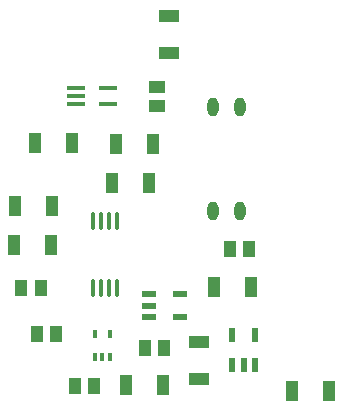
<source format=gbr>
%TF.GenerationSoftware,KiCad,Pcbnew,8.0.0*%
%TF.CreationDate,2024-06-23T14:11:11+02:00*%
%TF.ProjectId,SCS IMD-AMS Indicator,53435320-494d-4442-9d41-4d5320496e64,rev?*%
%TF.SameCoordinates,Original*%
%TF.FileFunction,Paste,Top*%
%TF.FilePolarity,Positive*%
%FSLAX46Y46*%
G04 Gerber Fmt 4.6, Leading zero omitted, Abs format (unit mm)*
G04 Created by KiCad (PCBNEW 8.0.0) date 2024-06-23 14:11:11*
%MOMM*%
%LPD*%
G01*
G04 APERTURE LIST*
G04 Aperture macros list*
%AMRoundRect*
0 Rectangle with rounded corners*
0 $1 Rounding radius*
0 $2 $3 $4 $5 $6 $7 $8 $9 X,Y pos of 4 corners*
0 Add a 4 corners polygon primitive as box body*
4,1,4,$2,$3,$4,$5,$6,$7,$8,$9,$2,$3,0*
0 Add four circle primitives for the rounded corners*
1,1,$1+$1,$2,$3*
1,1,$1+$1,$4,$5*
1,1,$1+$1,$6,$7*
1,1,$1+$1,$8,$9*
0 Add four rect primitives between the rounded corners*
20,1,$1+$1,$2,$3,$4,$5,0*
20,1,$1+$1,$4,$5,$6,$7,0*
20,1,$1+$1,$6,$7,$8,$9,0*
20,1,$1+$1,$8,$9,$2,$3,0*%
G04 Aperture macros list end*
%ADD10RoundRect,0.100000X0.100000X-0.637500X0.100000X0.637500X-0.100000X0.637500X-0.100000X-0.637500X0*%
%ADD11R,1.050000X1.800000*%
%ADD12R,1.070000X1.470000*%
%ADD13O,0.950000X1.600000*%
%ADD14R,1.150000X0.600000*%
%ADD15R,0.600000X1.150000*%
%ADD16R,1.800000X1.050000*%
%ADD17R,1.470000X1.070000*%
%ADD18RoundRect,0.100000X0.100000X-0.225000X0.100000X0.225000X-0.100000X0.225000X-0.100000X-0.225000X0*%
%ADD19RoundRect,0.100000X-0.650000X-0.100000X0.650000X-0.100000X0.650000X0.100000X-0.650000X0.100000X0*%
G04 APERTURE END LIST*
D10*
%TO.C,U2*%
X76520000Y-73805100D03*
X77170000Y-73805100D03*
X77820000Y-73805100D03*
X78470000Y-73805100D03*
X78470000Y-68080100D03*
X77820000Y-68080100D03*
X77170000Y-68080100D03*
X76520000Y-68080100D03*
%TD*%
D11*
%TO.C,R9*%
X79298200Y-82016600D03*
X82398200Y-82016600D03*
%TD*%
D12*
%TO.C,C7*%
X74922800Y-82092800D03*
X76562800Y-82092800D03*
%TD*%
D11*
%TO.C,R1*%
X89815000Y-73660000D03*
X86715000Y-73660000D03*
%TD*%
%TO.C,R3*%
X71602000Y-61468000D03*
X74702000Y-61468000D03*
%TD*%
D13*
%TO.C,K1*%
X86614000Y-67220000D03*
X88900000Y-67220000D03*
X88900000Y-58420000D03*
X86614000Y-58420000D03*
%TD*%
D14*
%TO.C,G1*%
X81220000Y-74300000D03*
X81220000Y-75250000D03*
X81220000Y-76200000D03*
X83820000Y-76200000D03*
X83820000Y-74300000D03*
%TD*%
D15*
%TO.C,G2*%
X88280200Y-80319400D03*
X89230200Y-80319400D03*
X90180200Y-80319400D03*
X90180200Y-77719400D03*
X88280200Y-77719400D03*
%TD*%
D16*
%TO.C,R8*%
X85420200Y-78358400D03*
X85420200Y-81458400D03*
%TD*%
D17*
%TO.C,C4*%
X81889600Y-56736400D03*
X81889600Y-58376400D03*
%TD*%
D11*
%TO.C,R5*%
X69824000Y-70154800D03*
X72924000Y-70154800D03*
%TD*%
D12*
%TO.C,C5*%
X71747800Y-77622400D03*
X73387800Y-77622400D03*
%TD*%
D11*
%TO.C,R4*%
X73000200Y-66802000D03*
X69900200Y-66802000D03*
%TD*%
D12*
%TO.C,C3*%
X70401600Y-73736200D03*
X72041600Y-73736200D03*
%TD*%
D11*
%TO.C,R7*%
X81560000Y-61595000D03*
X78460000Y-61595000D03*
%TD*%
D12*
%TO.C,C2*%
X88080000Y-70485000D03*
X89720000Y-70485000D03*
%TD*%
D11*
%TO.C,R10*%
X96469800Y-82448400D03*
X93369800Y-82448400D03*
%TD*%
D16*
%TO.C,R2*%
X82905600Y-50748600D03*
X82905600Y-53848600D03*
%TD*%
D11*
%TO.C,R6*%
X78079000Y-64897000D03*
X81179000Y-64897000D03*
%TD*%
D12*
%TO.C,C6*%
X80891800Y-78841600D03*
X82531800Y-78841600D03*
%TD*%
D18*
%TO.C,CP1*%
X76631800Y-79573200D03*
X77281800Y-79573200D03*
X77931800Y-79573200D03*
X77931800Y-77673200D03*
X76631800Y-77673200D03*
%TD*%
D19*
%TO.C,U1*%
X75073200Y-56855600D03*
X75073200Y-57505600D03*
X75073200Y-58155600D03*
X77733200Y-58155600D03*
X77733200Y-56855600D03*
%TD*%
M02*

</source>
